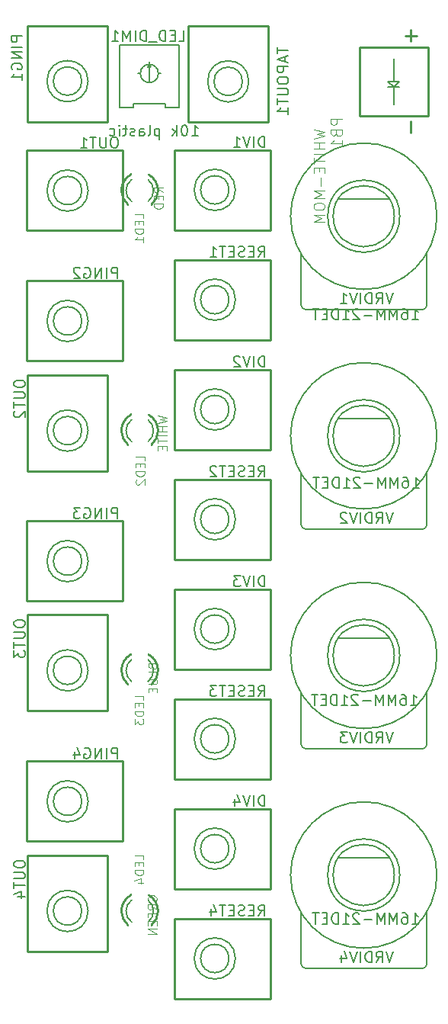
<source format=gbr>
G04 #@! TF.GenerationSoftware,KiCad,Pcbnew,(6.0.0-rc1-dev-1542-gf9f87b3ff-dirty)*
G04 #@! TF.CreationDate,2019-02-04T09:57:11-08:00
G04 #@! TF.ProjectId,qcd-23,7163642d-3233-42e6-9b69-6361645f7063,rev?*
G04 #@! TF.SameCoordinates,Original*
G04 #@! TF.FileFunction,Legend,Bot*
G04 #@! TF.FilePolarity,Positive*
%FSLAX46Y46*%
G04 Gerber Fmt 4.6, Leading zero omitted, Abs format (unit mm)*
G04 Created by KiCad (PCBNEW (6.0.0-rc1-dev-1542-gf9f87b3ff-dirty)) date Monday, 04 February 2019 at 09:57:11*
%MOMM*%
%LPD*%
G04 APERTURE LIST*
%ADD10C,0.127000*%
%ADD11C,0.254000*%
%ADD12C,0.152400*%
%ADD13C,0.144780*%
%ADD14C,0.115824*%
%ADD15C,0.096520*%
G04 APERTURE END LIST*
D10*
X133032500Y-56413400D02*
G75*
G03X133032500Y-56413400I-2286000J0D01*
G01*
X132321300Y-56413400D02*
G75*
G03X132321300Y-56413400I-1574800J0D01*
G01*
D11*
X135191500Y-60921900D02*
X126301500Y-60921900D01*
X135191500Y-50253900D02*
X135191500Y-60921900D01*
X126301500Y-50253900D02*
X135191500Y-50253900D01*
X126301500Y-60921900D02*
X126301500Y-50253900D01*
D10*
X149402800Y-68491100D02*
G75*
G03X149402800Y-68491100I-2286000J0D01*
G01*
X148691600Y-68491100D02*
G75*
G03X148691600Y-68491100I-1574800J0D01*
G01*
D11*
X142608300Y-72936100D02*
X142608300Y-64046100D01*
X153276300Y-72936100D02*
X142608300Y-72936100D01*
X153276300Y-64046100D02*
X153276300Y-72936100D01*
X142608300Y-64046100D02*
X153276300Y-64046100D01*
D10*
X149402800Y-80683100D02*
G75*
G03X149402800Y-80683100I-2286000J0D01*
G01*
X148691600Y-80683100D02*
G75*
G03X148691600Y-80683100I-1574800J0D01*
G01*
D11*
X142608300Y-85128100D02*
X142608300Y-76238100D01*
X153276300Y-85128100D02*
X142608300Y-85128100D01*
X153276300Y-76238100D02*
X153276300Y-85128100D01*
X142608300Y-76238100D02*
X153276300Y-76238100D01*
D10*
X133045200Y-68567300D02*
G75*
G03X133045200Y-68567300I-2286000J0D01*
G01*
X132334000Y-68567300D02*
G75*
G03X132334000Y-68567300I-1574800J0D01*
G01*
D11*
X126250700Y-73012300D02*
X126250700Y-64122300D01*
X136918700Y-73012300D02*
X126250700Y-73012300D01*
X136918700Y-64122300D02*
X136918700Y-73012300D01*
X126250700Y-64122300D02*
X136918700Y-64122300D01*
D10*
X166402900Y-69507100D02*
X160926900Y-69507100D01*
X167664900Y-71412100D02*
G75*
G03X167664900Y-71412100I-4000000J0D01*
G01*
X171792900Y-71412100D02*
G75*
G03X171792900Y-71412100I-8128000J0D01*
G01*
X167064900Y-71412100D02*
G75*
G03X167064900Y-71412100I-3400000J0D01*
G01*
X156664900Y-81196993D02*
X156664900Y-75539100D01*
X156664900Y-81196991D02*
G75*
G03X157245007Y-81777100I580108J-1D01*
G01*
X170211793Y-81777100D02*
X157245007Y-81777100D01*
X170211791Y-81777100D02*
G75*
G03X170664900Y-81323993I1J453108D01*
G01*
X170664900Y-75539100D02*
X170664900Y-81323993D01*
D11*
X140804900Y-68567300D02*
G75*
G03X139781100Y-66803000I-2032000J56D01*
G01*
X140085500Y-70118500D02*
G75*
G03X140804900Y-68567300I-1312600J1551163D01*
G01*
X136740900Y-68567300D02*
G75*
G02X137816700Y-66774400I2032000J-60D01*
G01*
X137472000Y-70128300D02*
G75*
G02X136740900Y-68567300I1300900J1560988D01*
G01*
D12*
X140296900Y-68567300D02*
G75*
G03X139708500Y-67364300I-1524000J-8D01*
G01*
X139708500Y-69770300D02*
G75*
G03X140296900Y-68567300I-935600J1203008D01*
G01*
X137248900Y-68567300D02*
G75*
G02X137858500Y-67348100I1524000J0D01*
G01*
X137887099Y-69807400D02*
G75*
G02X137248900Y-68567300I885801J1240134D01*
G01*
D10*
X133045200Y-83045300D02*
G75*
G03X133045200Y-83045300I-2286000J0D01*
G01*
X132334000Y-83045300D02*
G75*
G03X132334000Y-83045300I-1574800J0D01*
G01*
D11*
X126250700Y-87490300D02*
X126250700Y-78600300D01*
X136918700Y-87490300D02*
X126250700Y-87490300D01*
X136918700Y-78600300D02*
X136918700Y-87490300D01*
X126250700Y-78600300D02*
X136918700Y-78600300D01*
D10*
X149402800Y-92875100D02*
G75*
G03X149402800Y-92875100I-2286000J0D01*
G01*
X148691600Y-92875100D02*
G75*
G03X148691600Y-92875100I-1574800J0D01*
G01*
D11*
X142608300Y-97320100D02*
X142608300Y-88430100D01*
X153276300Y-97320100D02*
X142608300Y-97320100D01*
X153276300Y-88430100D02*
X153276300Y-97320100D01*
X142608300Y-88430100D02*
X153276300Y-88430100D01*
D10*
X149402800Y-105067100D02*
G75*
G03X149402800Y-105067100I-2286000J0D01*
G01*
X148691600Y-105067100D02*
G75*
G03X148691600Y-105067100I-1574800J0D01*
G01*
D11*
X142608300Y-109512100D02*
X142608300Y-100622100D01*
X153276300Y-109512100D02*
X142608300Y-109512100D01*
X153276300Y-100622100D02*
X153276300Y-109512100D01*
X142608300Y-100622100D02*
X153276300Y-100622100D01*
D10*
X133032500Y-95224600D02*
G75*
G03X133032500Y-95224600I-2286000J0D01*
G01*
X132321300Y-95224600D02*
G75*
G03X132321300Y-95224600I-1574800J0D01*
G01*
D11*
X135191500Y-99733100D02*
X126301500Y-99733100D01*
X135191500Y-89065100D02*
X135191500Y-99733100D01*
X126301500Y-89065100D02*
X135191500Y-89065100D01*
X126301500Y-99733100D02*
X126301500Y-89065100D01*
D10*
X166402900Y-93891100D02*
X160926900Y-93891100D01*
X167664900Y-95796100D02*
G75*
G03X167664900Y-95796100I-4000000J0D01*
G01*
X171792900Y-95796100D02*
G75*
G03X171792900Y-95796100I-8128000J0D01*
G01*
X167064900Y-95796100D02*
G75*
G03X167064900Y-95796100I-3400000J0D01*
G01*
X156664900Y-105580993D02*
X156664900Y-99923100D01*
X156664900Y-105580991D02*
G75*
G03X157245007Y-106161100I580108J-1D01*
G01*
X170211793Y-106161100D02*
X157245007Y-106161100D01*
X170211791Y-106161100D02*
G75*
G03X170664900Y-105707993I1J453108D01*
G01*
X170664900Y-99923100D02*
X170664900Y-105707993D01*
D11*
X140804900Y-95237300D02*
G75*
G03X139781100Y-93473000I-2032000J56D01*
G01*
X140085500Y-96788500D02*
G75*
G03X140804900Y-95237300I-1312600J1551163D01*
G01*
X136740900Y-95237300D02*
G75*
G02X137816700Y-93444400I2032000J-60D01*
G01*
X137472000Y-96798300D02*
G75*
G02X136740900Y-95237300I1300900J1560988D01*
G01*
D12*
X140296900Y-95237300D02*
G75*
G03X139708500Y-94034300I-1524000J-8D01*
G01*
X139708500Y-96440300D02*
G75*
G03X140296900Y-95237300I-935600J1203008D01*
G01*
X137248900Y-95237300D02*
G75*
G02X137858500Y-94018100I1524000J0D01*
G01*
X137887099Y-96477400D02*
G75*
G02X137248900Y-95237300I885801J1240134D01*
G01*
D10*
X133045200Y-109715300D02*
G75*
G03X133045200Y-109715300I-2286000J0D01*
G01*
X132334000Y-109715300D02*
G75*
G03X132334000Y-109715300I-1574800J0D01*
G01*
D11*
X126250700Y-114160300D02*
X126250700Y-105270300D01*
X136918700Y-114160300D02*
X126250700Y-114160300D01*
X136918700Y-105270300D02*
X136918700Y-114160300D01*
X126250700Y-105270300D02*
X136918700Y-105270300D01*
D10*
X149402800Y-117259100D02*
G75*
G03X149402800Y-117259100I-2286000J0D01*
G01*
X148691600Y-117259100D02*
G75*
G03X148691600Y-117259100I-1574800J0D01*
G01*
D11*
X142608300Y-121704100D02*
X142608300Y-112814100D01*
X153276300Y-121704100D02*
X142608300Y-121704100D01*
X153276300Y-112814100D02*
X153276300Y-121704100D01*
X142608300Y-112814100D02*
X153276300Y-112814100D01*
D10*
X149402800Y-129451100D02*
G75*
G03X149402800Y-129451100I-2286000J0D01*
G01*
X148691600Y-129451100D02*
G75*
G03X148691600Y-129451100I-1574800J0D01*
G01*
D11*
X142608300Y-133896100D02*
X142608300Y-125006100D01*
X153276300Y-133896100D02*
X142608300Y-133896100D01*
X153276300Y-125006100D02*
X153276300Y-133896100D01*
X142608300Y-125006100D02*
X153276300Y-125006100D01*
D10*
X133032500Y-121843800D02*
G75*
G03X133032500Y-121843800I-2286000J0D01*
G01*
X132321300Y-121843800D02*
G75*
G03X132321300Y-121843800I-1574800J0D01*
G01*
D11*
X135191500Y-126352300D02*
X126301500Y-126352300D01*
X135191500Y-115684300D02*
X135191500Y-126352300D01*
X126301500Y-115684300D02*
X135191500Y-115684300D01*
X126301500Y-126352300D02*
X126301500Y-115684300D01*
D10*
X166402900Y-118275100D02*
X160926900Y-118275100D01*
X167664900Y-120180100D02*
G75*
G03X167664900Y-120180100I-4000000J0D01*
G01*
X171792900Y-120180100D02*
G75*
G03X171792900Y-120180100I-8128000J0D01*
G01*
X167064900Y-120180100D02*
G75*
G03X167064900Y-120180100I-3400000J0D01*
G01*
X156664900Y-129964993D02*
X156664900Y-124307100D01*
X156664900Y-129964991D02*
G75*
G03X157245007Y-130545100I580108J-1D01*
G01*
X170211793Y-130545100D02*
X157245007Y-130545100D01*
X170211791Y-130545100D02*
G75*
G03X170664900Y-130091993I1J453108D01*
G01*
X170664900Y-124307100D02*
X170664900Y-130091993D01*
D11*
X140804900Y-121856500D02*
G75*
G03X139781100Y-120092200I-2032000J56D01*
G01*
X140085500Y-123407700D02*
G75*
G03X140804900Y-121856500I-1312600J1551163D01*
G01*
X136740900Y-121856500D02*
G75*
G02X137816700Y-120063600I2032000J-60D01*
G01*
X137472000Y-123417500D02*
G75*
G02X136740900Y-121856500I1300900J1560988D01*
G01*
D12*
X140296900Y-121856500D02*
G75*
G03X139708500Y-120653500I-1524000J-8D01*
G01*
X139708500Y-123059500D02*
G75*
G03X140296900Y-121856500I-935600J1203008D01*
G01*
X137248900Y-121856500D02*
G75*
G02X137858500Y-120637300I1524000J0D01*
G01*
X137887099Y-123096600D02*
G75*
G02X137248900Y-121856500I885801J1240134D01*
G01*
D10*
X133045200Y-136385300D02*
G75*
G03X133045200Y-136385300I-2286000J0D01*
G01*
X132334000Y-136385300D02*
G75*
G03X132334000Y-136385300I-1574800J0D01*
G01*
D11*
X126250700Y-140830300D02*
X126250700Y-131940300D01*
X136918700Y-140830300D02*
X126250700Y-140830300D01*
X136918700Y-131940300D02*
X136918700Y-140830300D01*
X126250700Y-131940300D02*
X136918700Y-131940300D01*
D10*
X149402800Y-141643100D02*
G75*
G03X149402800Y-141643100I-2286000J0D01*
G01*
X148691600Y-141643100D02*
G75*
G03X148691600Y-141643100I-1574800J0D01*
G01*
D11*
X142608300Y-146088100D02*
X142608300Y-137198100D01*
X153276300Y-146088100D02*
X142608300Y-146088100D01*
X153276300Y-137198100D02*
X153276300Y-146088100D01*
X142608300Y-137198100D02*
X153276300Y-137198100D01*
D10*
X149402800Y-153835100D02*
G75*
G03X149402800Y-153835100I-2286000J0D01*
G01*
X148691600Y-153835100D02*
G75*
G03X148691600Y-153835100I-1574800J0D01*
G01*
D11*
X142608300Y-158280100D02*
X142608300Y-149390100D01*
X153276300Y-158280100D02*
X142608300Y-158280100D01*
X153276300Y-149390100D02*
X153276300Y-158280100D01*
X142608300Y-149390100D02*
X153276300Y-149390100D01*
D10*
X133032500Y-148564600D02*
G75*
G03X133032500Y-148564600I-2286000J0D01*
G01*
X132321300Y-148564600D02*
G75*
G03X132321300Y-148564600I-1574800J0D01*
G01*
D11*
X135191500Y-153073100D02*
X126301500Y-153073100D01*
X135191500Y-142405100D02*
X135191500Y-153073100D01*
X126301500Y-142405100D02*
X135191500Y-142405100D01*
X126301500Y-153073100D02*
X126301500Y-142405100D01*
D10*
X166402900Y-142659100D02*
X160926900Y-142659100D01*
X167664900Y-144564100D02*
G75*
G03X167664900Y-144564100I-4000000J0D01*
G01*
X171792900Y-144564100D02*
G75*
G03X171792900Y-144564100I-8128000J0D01*
G01*
X167064900Y-144564100D02*
G75*
G03X167064900Y-144564100I-3400000J0D01*
G01*
X156664900Y-154348993D02*
X156664900Y-148691100D01*
X156664900Y-154348991D02*
G75*
G03X157245007Y-154929100I580108J-1D01*
G01*
X170211793Y-154929100D02*
X157245007Y-154929100D01*
X170211791Y-154929100D02*
G75*
G03X170664900Y-154475993I1J453108D01*
G01*
X170664900Y-148691100D02*
X170664900Y-154475993D01*
D11*
X140804900Y-148577300D02*
G75*
G03X139781100Y-146813000I-2032000J56D01*
G01*
X140085500Y-150128500D02*
G75*
G03X140804900Y-148577300I-1312600J1551163D01*
G01*
X136740900Y-148577300D02*
G75*
G02X137816700Y-146784400I2032000J-60D01*
G01*
X137472000Y-150138300D02*
G75*
G02X136740900Y-148577300I1300900J1560988D01*
G01*
D12*
X140296900Y-148577300D02*
G75*
G03X139708500Y-147374300I-1524000J-8D01*
G01*
X139708500Y-149780300D02*
G75*
G03X140296900Y-148577300I-935600J1203008D01*
G01*
X137248900Y-148577300D02*
G75*
G02X137858500Y-147358100I1524000J0D01*
G01*
X137887099Y-149817400D02*
G75*
G02X137248900Y-148577300I885801J1240134D01*
G01*
D10*
X150888700Y-56438800D02*
G75*
G03X150888700Y-56438800I-2286000J0D01*
G01*
X150177500Y-56438800D02*
G75*
G03X150177500Y-56438800I-1574800J0D01*
G01*
D11*
X153047700Y-60947300D02*
X144157700Y-60947300D01*
X153047700Y-50279300D02*
X153047700Y-60947300D01*
X144157700Y-50279300D02*
X153047700Y-50279300D01*
X144157700Y-60947300D02*
X144157700Y-50279300D01*
X168897300Y-62166500D02*
X168897300Y-60896500D01*
X168897300Y-52006500D02*
X168897300Y-50736500D01*
X168262300Y-51371500D02*
X169532300Y-51371500D01*
D10*
X166992300Y-57086500D02*
X166992300Y-58991500D01*
X166992300Y-57086500D02*
X166357300Y-57086500D01*
X167627300Y-57086500D02*
X166992300Y-57086500D01*
X166357300Y-56451500D02*
X166992300Y-56451500D01*
X166992300Y-57086500D02*
X166357300Y-56451500D01*
X167627300Y-56451500D02*
X166992300Y-57086500D01*
X166992300Y-56451500D02*
X167627300Y-56451500D01*
X166992300Y-53911500D02*
X166992300Y-56451500D01*
D11*
X170802300Y-52641500D02*
X170802300Y-60261500D01*
X163182300Y-52641500D02*
X170802300Y-52641500D01*
X163182300Y-60261500D02*
X163182300Y-52641500D01*
X170802300Y-60261500D02*
X163182300Y-60261500D01*
D10*
X138039700Y-59362500D02*
X136539700Y-59362500D01*
X138039700Y-58962500D02*
X138039700Y-59362500D01*
X141639700Y-58962500D02*
X138039700Y-58962500D01*
X141639700Y-59362500D02*
X141639700Y-58962500D01*
X139839700Y-54462500D02*
X139839700Y-54262500D01*
X138739700Y-55562500D02*
X138539700Y-55562500D01*
X140839700Y-55562500D02*
X141139700Y-55562500D01*
X139839700Y-54662500D02*
X139639700Y-54862500D01*
X139839700Y-54662500D02*
X140039700Y-54862500D01*
X139839700Y-56462500D02*
X139839700Y-54662500D01*
X143139700Y-52362500D02*
X143139700Y-59362500D01*
X136539700Y-52362500D02*
X143139700Y-52362500D01*
X136539700Y-59362500D02*
X136539700Y-52362500D01*
X140839700Y-55562500D02*
G75*
G03X140839700Y-55562500I-1000000J0D01*
G01*
X143139700Y-59362500D02*
X141639700Y-59362500D01*
D13*
X125710647Y-51409231D02*
X124504147Y-51409231D01*
X124504147Y-51868850D01*
X124561600Y-51983754D01*
X124619052Y-52041207D01*
X124733957Y-52098659D01*
X124906314Y-52098659D01*
X125021219Y-52041207D01*
X125078671Y-51983754D01*
X125136123Y-51868850D01*
X125136123Y-51409231D01*
X125710647Y-52615731D02*
X124504147Y-52615731D01*
X125710647Y-53190254D02*
X124504147Y-53190254D01*
X125710647Y-53879683D01*
X124504147Y-53879683D01*
X124561600Y-55086183D02*
X124504147Y-54971278D01*
X124504147Y-54798921D01*
X124561600Y-54626564D01*
X124676504Y-54511659D01*
X124791409Y-54454207D01*
X125021219Y-54396754D01*
X125193576Y-54396754D01*
X125423385Y-54454207D01*
X125538290Y-54511659D01*
X125653195Y-54626564D01*
X125710647Y-54798921D01*
X125710647Y-54913826D01*
X125653195Y-55086183D01*
X125595742Y-55143635D01*
X125193576Y-55143635D01*
X125193576Y-54913826D01*
X125710647Y-56292683D02*
X125710647Y-55603254D01*
X125710647Y-55947969D02*
X124504147Y-55947969D01*
X124676504Y-55833064D01*
X124791409Y-55718159D01*
X124848861Y-55603254D01*
D12*
X152661378Y-63760047D02*
X152661378Y-62553547D01*
X152374116Y-62553547D01*
X152201759Y-62611000D01*
X152086854Y-62725904D01*
X152029401Y-62840809D01*
X151971949Y-63070619D01*
X151971949Y-63242976D01*
X152029401Y-63472785D01*
X152086854Y-63587690D01*
X152201759Y-63702595D01*
X152374116Y-63760047D01*
X152661378Y-63760047D01*
X151454878Y-63760047D02*
X151454878Y-62553547D01*
X151052711Y-62553547D02*
X150650544Y-63760047D01*
X150248378Y-62553547D01*
X149214235Y-63760047D02*
X149903663Y-63760047D01*
X149558949Y-63760047D02*
X149558949Y-62553547D01*
X149673854Y-62725904D01*
X149788759Y-62840809D01*
X149903663Y-62898261D01*
X151971949Y-75952047D02*
X152374116Y-75377523D01*
X152661378Y-75952047D02*
X152661378Y-74745547D01*
X152201759Y-74745547D01*
X152086854Y-74803000D01*
X152029401Y-74860452D01*
X151971949Y-74975357D01*
X151971949Y-75147714D01*
X152029401Y-75262619D01*
X152086854Y-75320071D01*
X152201759Y-75377523D01*
X152661378Y-75377523D01*
X151454878Y-75320071D02*
X151052711Y-75320071D01*
X150880354Y-75952047D02*
X151454878Y-75952047D01*
X151454878Y-74745547D01*
X150880354Y-74745547D01*
X150420735Y-75894595D02*
X150248378Y-75952047D01*
X149961116Y-75952047D01*
X149846211Y-75894595D01*
X149788759Y-75837142D01*
X149731306Y-75722238D01*
X149731306Y-75607333D01*
X149788759Y-75492428D01*
X149846211Y-75434976D01*
X149961116Y-75377523D01*
X150190925Y-75320071D01*
X150305830Y-75262619D01*
X150363282Y-75205166D01*
X150420735Y-75090261D01*
X150420735Y-74975357D01*
X150363282Y-74860452D01*
X150305830Y-74803000D01*
X150190925Y-74745547D01*
X149903663Y-74745547D01*
X149731306Y-74803000D01*
X149214235Y-75320071D02*
X148812068Y-75320071D01*
X148639711Y-75952047D02*
X149214235Y-75952047D01*
X149214235Y-74745547D01*
X148639711Y-74745547D01*
X148294997Y-74745547D02*
X147605568Y-74745547D01*
X147950282Y-75952047D02*
X147950282Y-74745547D01*
X146571425Y-75952047D02*
X147260854Y-75952047D01*
X146916140Y-75952047D02*
X146916140Y-74745547D01*
X147031044Y-74917904D01*
X147145949Y-75032809D01*
X147260854Y-75090261D01*
X136073968Y-62629747D02*
X135844159Y-62629747D01*
X135729254Y-62687200D01*
X135614349Y-62802104D01*
X135556897Y-63031914D01*
X135556897Y-63434080D01*
X135614349Y-63663890D01*
X135729254Y-63778795D01*
X135844159Y-63836247D01*
X136073968Y-63836247D01*
X136188873Y-63778795D01*
X136303778Y-63663890D01*
X136361230Y-63434080D01*
X136361230Y-63031914D01*
X136303778Y-62802104D01*
X136188873Y-62687200D01*
X136073968Y-62629747D01*
X135039825Y-62629747D02*
X135039825Y-63606438D01*
X134982373Y-63721342D01*
X134924920Y-63778795D01*
X134810016Y-63836247D01*
X134580206Y-63836247D01*
X134465301Y-63778795D01*
X134407849Y-63721342D01*
X134350397Y-63606438D01*
X134350397Y-62629747D01*
X133948230Y-62629747D02*
X133258801Y-62629747D01*
X133603516Y-63836247D02*
X133603516Y-62629747D01*
X132224659Y-63836247D02*
X132914087Y-63836247D01*
X132569373Y-63836247D02*
X132569373Y-62629747D01*
X132684278Y-62802104D01*
X132799182Y-62917009D01*
X132914087Y-62974461D01*
D13*
X166935959Y-79905647D02*
X166533792Y-81112147D01*
X166131626Y-79905647D01*
X165040030Y-81112147D02*
X165442197Y-80537623D01*
X165729459Y-81112147D02*
X165729459Y-79905647D01*
X165269840Y-79905647D01*
X165154935Y-79963100D01*
X165097483Y-80020552D01*
X165040030Y-80135457D01*
X165040030Y-80307814D01*
X165097483Y-80422719D01*
X165154935Y-80480171D01*
X165269840Y-80537623D01*
X165729459Y-80537623D01*
X164522959Y-81112147D02*
X164522959Y-79905647D01*
X164235697Y-79905647D01*
X164063340Y-79963100D01*
X163948435Y-80078004D01*
X163890983Y-80192909D01*
X163833530Y-80422719D01*
X163833530Y-80595076D01*
X163890983Y-80824885D01*
X163948435Y-80939790D01*
X164063340Y-81054695D01*
X164235697Y-81112147D01*
X164522959Y-81112147D01*
X163316459Y-81112147D02*
X163316459Y-79905647D01*
X162914292Y-79905647D02*
X162512126Y-81112147D01*
X162109959Y-79905647D01*
X161075816Y-81112147D02*
X161765245Y-81112147D01*
X161420530Y-81112147D02*
X161420530Y-79905647D01*
X161535435Y-80078004D01*
X161650340Y-80192909D01*
X161765245Y-80250361D01*
X169019968Y-82890747D02*
X169709397Y-82890747D01*
X169364683Y-82890747D02*
X169364683Y-81684247D01*
X169479587Y-81856604D01*
X169594492Y-81971509D01*
X169709397Y-82028961D01*
X167985826Y-81684247D02*
X168215635Y-81684247D01*
X168330540Y-81741700D01*
X168387992Y-81799152D01*
X168502897Y-81971509D01*
X168560349Y-82201319D01*
X168560349Y-82660938D01*
X168502897Y-82775842D01*
X168445445Y-82833295D01*
X168330540Y-82890747D01*
X168100730Y-82890747D01*
X167985826Y-82833295D01*
X167928373Y-82775842D01*
X167870921Y-82660938D01*
X167870921Y-82373676D01*
X167928373Y-82258771D01*
X167985826Y-82201319D01*
X168100730Y-82143866D01*
X168330540Y-82143866D01*
X168445445Y-82201319D01*
X168502897Y-82258771D01*
X168560349Y-82373676D01*
X167353849Y-82890747D02*
X167353849Y-81684247D01*
X166951683Y-82546033D01*
X166549516Y-81684247D01*
X166549516Y-82890747D01*
X165974992Y-82890747D02*
X165974992Y-81684247D01*
X165572826Y-82546033D01*
X165170659Y-81684247D01*
X165170659Y-82890747D01*
X164596135Y-82431128D02*
X163676897Y-82431128D01*
X163159826Y-81799152D02*
X163102373Y-81741700D01*
X162987468Y-81684247D01*
X162700207Y-81684247D01*
X162585302Y-81741700D01*
X162527849Y-81799152D01*
X162470397Y-81914057D01*
X162470397Y-82028961D01*
X162527849Y-82201319D01*
X163217278Y-82890747D01*
X162470397Y-82890747D01*
X161321349Y-82890747D02*
X162010778Y-82890747D01*
X161666064Y-82890747D02*
X161666064Y-81684247D01*
X161780968Y-81856604D01*
X161895873Y-81971509D01*
X162010778Y-82028961D01*
X160804278Y-82890747D02*
X160804278Y-81684247D01*
X160517016Y-81684247D01*
X160344659Y-81741700D01*
X160229754Y-81856604D01*
X160172302Y-81971509D01*
X160114849Y-82201319D01*
X160114849Y-82373676D01*
X160172302Y-82603485D01*
X160229754Y-82718390D01*
X160344659Y-82833295D01*
X160517016Y-82890747D01*
X160804278Y-82890747D01*
X159597778Y-82258771D02*
X159195611Y-82258771D01*
X159023254Y-82890747D02*
X159597778Y-82890747D01*
X159597778Y-81684247D01*
X159023254Y-81684247D01*
X158678540Y-81684247D02*
X157989111Y-81684247D01*
X158333826Y-82890747D02*
X158333826Y-81684247D01*
D14*
X139196838Y-71624076D02*
X139196838Y-71164457D01*
X138231638Y-71164457D01*
X138691257Y-71945809D02*
X138691257Y-72267542D01*
X139196838Y-72405428D02*
X139196838Y-71945809D01*
X138231638Y-71945809D01*
X138231638Y-72405428D01*
X139196838Y-72819085D02*
X138231638Y-72819085D01*
X138231638Y-73048895D01*
X138277600Y-73186781D01*
X138369523Y-73278704D01*
X138461447Y-73324666D01*
X138645295Y-73370628D01*
X138783180Y-73370628D01*
X138967028Y-73324666D01*
X139058952Y-73278704D01*
X139150876Y-73186781D01*
X139196838Y-73048895D01*
X139196838Y-72819085D01*
X139196838Y-74289866D02*
X139196838Y-73738323D01*
X139196838Y-74014095D02*
X138231638Y-74014095D01*
X138369523Y-73922171D01*
X138461447Y-73830247D01*
X138507409Y-73738323D01*
X141343138Y-68755690D02*
X140883519Y-68433957D01*
X141343138Y-68204147D02*
X140377938Y-68204147D01*
X140377938Y-68571842D01*
X140423900Y-68663766D01*
X140469861Y-68709728D01*
X140561785Y-68755690D01*
X140699671Y-68755690D01*
X140791595Y-68709728D01*
X140837557Y-68663766D01*
X140883519Y-68571842D01*
X140883519Y-68204147D01*
X140837557Y-69169347D02*
X140837557Y-69491081D01*
X141343138Y-69628966D02*
X141343138Y-69169347D01*
X140377938Y-69169347D01*
X140377938Y-69628966D01*
X141343138Y-70042623D02*
X140377938Y-70042623D01*
X140377938Y-70272433D01*
X140423900Y-70410319D01*
X140515823Y-70502242D01*
X140607747Y-70548204D01*
X140791595Y-70594166D01*
X140929480Y-70594166D01*
X141113328Y-70548204D01*
X141205252Y-70502242D01*
X141297176Y-70410319D01*
X141343138Y-70272433D01*
X141343138Y-70042623D01*
D12*
X136303778Y-78314247D02*
X136303778Y-77107747D01*
X135844159Y-77107747D01*
X135729254Y-77165200D01*
X135671801Y-77222652D01*
X135614349Y-77337557D01*
X135614349Y-77509914D01*
X135671801Y-77624819D01*
X135729254Y-77682271D01*
X135844159Y-77739723D01*
X136303778Y-77739723D01*
X135097278Y-78314247D02*
X135097278Y-77107747D01*
X134522754Y-78314247D02*
X134522754Y-77107747D01*
X133833325Y-78314247D01*
X133833325Y-77107747D01*
X132626825Y-77165200D02*
X132741730Y-77107747D01*
X132914087Y-77107747D01*
X133086444Y-77165200D01*
X133201349Y-77280104D01*
X133258801Y-77395009D01*
X133316254Y-77624819D01*
X133316254Y-77797176D01*
X133258801Y-78026985D01*
X133201349Y-78141890D01*
X133086444Y-78256795D01*
X132914087Y-78314247D01*
X132799182Y-78314247D01*
X132626825Y-78256795D01*
X132569373Y-78199342D01*
X132569373Y-77797176D01*
X132799182Y-77797176D01*
X132109754Y-77222652D02*
X132052301Y-77165200D01*
X131937397Y-77107747D01*
X131650135Y-77107747D01*
X131535230Y-77165200D01*
X131477778Y-77222652D01*
X131420325Y-77337557D01*
X131420325Y-77452461D01*
X131477778Y-77624819D01*
X132167206Y-78314247D01*
X131420325Y-78314247D01*
X152661378Y-88144047D02*
X152661378Y-86937547D01*
X152374116Y-86937547D01*
X152201759Y-86995000D01*
X152086854Y-87109904D01*
X152029401Y-87224809D01*
X151971949Y-87454619D01*
X151971949Y-87626976D01*
X152029401Y-87856785D01*
X152086854Y-87971690D01*
X152201759Y-88086595D01*
X152374116Y-88144047D01*
X152661378Y-88144047D01*
X151454878Y-88144047D02*
X151454878Y-86937547D01*
X151052711Y-86937547D02*
X150650544Y-88144047D01*
X150248378Y-86937547D01*
X149903663Y-87052452D02*
X149846211Y-86995000D01*
X149731306Y-86937547D01*
X149444044Y-86937547D01*
X149329140Y-86995000D01*
X149271687Y-87052452D01*
X149214235Y-87167357D01*
X149214235Y-87282261D01*
X149271687Y-87454619D01*
X149961116Y-88144047D01*
X149214235Y-88144047D01*
X151971949Y-100336047D02*
X152374116Y-99761523D01*
X152661378Y-100336047D02*
X152661378Y-99129547D01*
X152201759Y-99129547D01*
X152086854Y-99187000D01*
X152029401Y-99244452D01*
X151971949Y-99359357D01*
X151971949Y-99531714D01*
X152029401Y-99646619D01*
X152086854Y-99704071D01*
X152201759Y-99761523D01*
X152661378Y-99761523D01*
X151454878Y-99704071D02*
X151052711Y-99704071D01*
X150880354Y-100336047D02*
X151454878Y-100336047D01*
X151454878Y-99129547D01*
X150880354Y-99129547D01*
X150420735Y-100278595D02*
X150248378Y-100336047D01*
X149961116Y-100336047D01*
X149846211Y-100278595D01*
X149788759Y-100221142D01*
X149731306Y-100106238D01*
X149731306Y-99991333D01*
X149788759Y-99876428D01*
X149846211Y-99818976D01*
X149961116Y-99761523D01*
X150190925Y-99704071D01*
X150305830Y-99646619D01*
X150363282Y-99589166D01*
X150420735Y-99474261D01*
X150420735Y-99359357D01*
X150363282Y-99244452D01*
X150305830Y-99187000D01*
X150190925Y-99129547D01*
X149903663Y-99129547D01*
X149731306Y-99187000D01*
X149214235Y-99704071D02*
X148812068Y-99704071D01*
X148639711Y-100336047D02*
X149214235Y-100336047D01*
X149214235Y-99129547D01*
X148639711Y-99129547D01*
X148294997Y-99129547D02*
X147605568Y-99129547D01*
X147950282Y-100336047D02*
X147950282Y-99129547D01*
X147260854Y-99244452D02*
X147203401Y-99187000D01*
X147088497Y-99129547D01*
X146801235Y-99129547D01*
X146686330Y-99187000D01*
X146628878Y-99244452D01*
X146571425Y-99359357D01*
X146571425Y-99474261D01*
X146628878Y-99646619D01*
X147318306Y-100336047D01*
X146571425Y-100336047D01*
X124808947Y-89909831D02*
X124808947Y-90139640D01*
X124866400Y-90254545D01*
X124981304Y-90369450D01*
X125211114Y-90426902D01*
X125613280Y-90426902D01*
X125843090Y-90369450D01*
X125957995Y-90254545D01*
X126015447Y-90139640D01*
X126015447Y-89909831D01*
X125957995Y-89794926D01*
X125843090Y-89680021D01*
X125613280Y-89622569D01*
X125211114Y-89622569D01*
X124981304Y-89680021D01*
X124866400Y-89794926D01*
X124808947Y-89909831D01*
X124808947Y-90943974D02*
X125785638Y-90943974D01*
X125900542Y-91001426D01*
X125957995Y-91058879D01*
X126015447Y-91173783D01*
X126015447Y-91403593D01*
X125957995Y-91518498D01*
X125900542Y-91575950D01*
X125785638Y-91633402D01*
X124808947Y-91633402D01*
X124808947Y-92035569D02*
X124808947Y-92724998D01*
X126015447Y-92380283D02*
X124808947Y-92380283D01*
X124923852Y-93069712D02*
X124866400Y-93127164D01*
X124808947Y-93242069D01*
X124808947Y-93529331D01*
X124866400Y-93644236D01*
X124923852Y-93701688D01*
X125038757Y-93759140D01*
X125153661Y-93759140D01*
X125326019Y-93701688D01*
X126015447Y-93012260D01*
X126015447Y-93759140D01*
D13*
X166935959Y-104289647D02*
X166533792Y-105496147D01*
X166131626Y-104289647D01*
X165040030Y-105496147D02*
X165442197Y-104921623D01*
X165729459Y-105496147D02*
X165729459Y-104289647D01*
X165269840Y-104289647D01*
X165154935Y-104347100D01*
X165097483Y-104404552D01*
X165040030Y-104519457D01*
X165040030Y-104691814D01*
X165097483Y-104806719D01*
X165154935Y-104864171D01*
X165269840Y-104921623D01*
X165729459Y-104921623D01*
X164522959Y-105496147D02*
X164522959Y-104289647D01*
X164235697Y-104289647D01*
X164063340Y-104347100D01*
X163948435Y-104462004D01*
X163890983Y-104576909D01*
X163833530Y-104806719D01*
X163833530Y-104979076D01*
X163890983Y-105208885D01*
X163948435Y-105323790D01*
X164063340Y-105438695D01*
X164235697Y-105496147D01*
X164522959Y-105496147D01*
X163316459Y-105496147D02*
X163316459Y-104289647D01*
X162914292Y-104289647D02*
X162512126Y-105496147D01*
X162109959Y-104289647D01*
X161765245Y-104404552D02*
X161707792Y-104347100D01*
X161592887Y-104289647D01*
X161305626Y-104289647D01*
X161190721Y-104347100D01*
X161133268Y-104404552D01*
X161075816Y-104519457D01*
X161075816Y-104634361D01*
X161133268Y-104806719D01*
X161822697Y-105496147D01*
X161075816Y-105496147D01*
X169096168Y-101585147D02*
X169785597Y-101585147D01*
X169440883Y-101585147D02*
X169440883Y-100378647D01*
X169555787Y-100551004D01*
X169670692Y-100665909D01*
X169785597Y-100723361D01*
X168062026Y-100378647D02*
X168291835Y-100378647D01*
X168406740Y-100436100D01*
X168464192Y-100493552D01*
X168579097Y-100665909D01*
X168636549Y-100895719D01*
X168636549Y-101355338D01*
X168579097Y-101470242D01*
X168521645Y-101527695D01*
X168406740Y-101585147D01*
X168176930Y-101585147D01*
X168062026Y-101527695D01*
X168004573Y-101470242D01*
X167947121Y-101355338D01*
X167947121Y-101068076D01*
X168004573Y-100953171D01*
X168062026Y-100895719D01*
X168176930Y-100838266D01*
X168406740Y-100838266D01*
X168521645Y-100895719D01*
X168579097Y-100953171D01*
X168636549Y-101068076D01*
X167430049Y-101585147D02*
X167430049Y-100378647D01*
X167027883Y-101240433D01*
X166625716Y-100378647D01*
X166625716Y-101585147D01*
X166051192Y-101585147D02*
X166051192Y-100378647D01*
X165649026Y-101240433D01*
X165246859Y-100378647D01*
X165246859Y-101585147D01*
X164672335Y-101125528D02*
X163753097Y-101125528D01*
X163236026Y-100493552D02*
X163178573Y-100436100D01*
X163063668Y-100378647D01*
X162776407Y-100378647D01*
X162661502Y-100436100D01*
X162604049Y-100493552D01*
X162546597Y-100608457D01*
X162546597Y-100723361D01*
X162604049Y-100895719D01*
X163293478Y-101585147D01*
X162546597Y-101585147D01*
X161397549Y-101585147D02*
X162086978Y-101585147D01*
X161742264Y-101585147D02*
X161742264Y-100378647D01*
X161857168Y-100551004D01*
X161972073Y-100665909D01*
X162086978Y-100723361D01*
X160880478Y-101585147D02*
X160880478Y-100378647D01*
X160593216Y-100378647D01*
X160420859Y-100436100D01*
X160305954Y-100551004D01*
X160248502Y-100665909D01*
X160191049Y-100895719D01*
X160191049Y-101068076D01*
X160248502Y-101297885D01*
X160305954Y-101412790D01*
X160420859Y-101527695D01*
X160593216Y-101585147D01*
X160880478Y-101585147D01*
X159673978Y-100953171D02*
X159271811Y-100953171D01*
X159099454Y-101585147D02*
X159673978Y-101585147D01*
X159673978Y-100378647D01*
X159099454Y-100378647D01*
X158754740Y-100378647D02*
X158065311Y-100378647D01*
X158410026Y-101585147D02*
X158410026Y-100378647D01*
D14*
X139298438Y-98548076D02*
X139298438Y-98088457D01*
X138333238Y-98088457D01*
X138792857Y-98869809D02*
X138792857Y-99191542D01*
X139298438Y-99329428D02*
X139298438Y-98869809D01*
X138333238Y-98869809D01*
X138333238Y-99329428D01*
X139298438Y-99743085D02*
X138333238Y-99743085D01*
X138333238Y-99972895D01*
X138379200Y-100110781D01*
X138471123Y-100202704D01*
X138563047Y-100248666D01*
X138746895Y-100294628D01*
X138884780Y-100294628D01*
X139068628Y-100248666D01*
X139160552Y-100202704D01*
X139252476Y-100110781D01*
X139298438Y-99972895D01*
X139298438Y-99743085D01*
X138425161Y-100662323D02*
X138379200Y-100708285D01*
X138333238Y-100800209D01*
X138333238Y-101030019D01*
X138379200Y-101121942D01*
X138425161Y-101167904D01*
X138517085Y-101213866D01*
X138609009Y-101213866D01*
X138746895Y-101167904D01*
X139298438Y-100616362D01*
X139298438Y-101213866D01*
X140784338Y-93555766D02*
X141749538Y-93785576D01*
X141060109Y-93969423D01*
X141749538Y-94153271D01*
X140784338Y-94383081D01*
X141749538Y-94750776D02*
X140784338Y-94750776D01*
X141243957Y-94750776D02*
X141243957Y-95302319D01*
X141749538Y-95302319D02*
X140784338Y-95302319D01*
X141749538Y-95761938D02*
X140784338Y-95761938D01*
X140784338Y-96083671D02*
X140784338Y-96635214D01*
X141749538Y-96359442D02*
X140784338Y-96359442D01*
X141243957Y-96956947D02*
X141243957Y-97278681D01*
X141749538Y-97416566D02*
X141749538Y-96956947D01*
X140784338Y-96956947D01*
X140784338Y-97416566D01*
D12*
X136303778Y-104984247D02*
X136303778Y-103777747D01*
X135844159Y-103777747D01*
X135729254Y-103835200D01*
X135671801Y-103892652D01*
X135614349Y-104007557D01*
X135614349Y-104179914D01*
X135671801Y-104294819D01*
X135729254Y-104352271D01*
X135844159Y-104409723D01*
X136303778Y-104409723D01*
X135097278Y-104984247D02*
X135097278Y-103777747D01*
X134522754Y-104984247D02*
X134522754Y-103777747D01*
X133833325Y-104984247D01*
X133833325Y-103777747D01*
X132626825Y-103835200D02*
X132741730Y-103777747D01*
X132914087Y-103777747D01*
X133086444Y-103835200D01*
X133201349Y-103950104D01*
X133258801Y-104065009D01*
X133316254Y-104294819D01*
X133316254Y-104467176D01*
X133258801Y-104696985D01*
X133201349Y-104811890D01*
X133086444Y-104926795D01*
X132914087Y-104984247D01*
X132799182Y-104984247D01*
X132626825Y-104926795D01*
X132569373Y-104869342D01*
X132569373Y-104467176D01*
X132799182Y-104467176D01*
X132167206Y-103777747D02*
X131420325Y-103777747D01*
X131822492Y-104237366D01*
X131650135Y-104237366D01*
X131535230Y-104294819D01*
X131477778Y-104352271D01*
X131420325Y-104467176D01*
X131420325Y-104754438D01*
X131477778Y-104869342D01*
X131535230Y-104926795D01*
X131650135Y-104984247D01*
X131994849Y-104984247D01*
X132109754Y-104926795D01*
X132167206Y-104869342D01*
X152661378Y-112528047D02*
X152661378Y-111321547D01*
X152374116Y-111321547D01*
X152201759Y-111379000D01*
X152086854Y-111493904D01*
X152029401Y-111608809D01*
X151971949Y-111838619D01*
X151971949Y-112010976D01*
X152029401Y-112240785D01*
X152086854Y-112355690D01*
X152201759Y-112470595D01*
X152374116Y-112528047D01*
X152661378Y-112528047D01*
X151454878Y-112528047D02*
X151454878Y-111321547D01*
X151052711Y-111321547D02*
X150650544Y-112528047D01*
X150248378Y-111321547D01*
X149961116Y-111321547D02*
X149214235Y-111321547D01*
X149616401Y-111781166D01*
X149444044Y-111781166D01*
X149329140Y-111838619D01*
X149271687Y-111896071D01*
X149214235Y-112010976D01*
X149214235Y-112298238D01*
X149271687Y-112413142D01*
X149329140Y-112470595D01*
X149444044Y-112528047D01*
X149788759Y-112528047D01*
X149903663Y-112470595D01*
X149961116Y-112413142D01*
X151971949Y-124720047D02*
X152374116Y-124145523D01*
X152661378Y-124720047D02*
X152661378Y-123513547D01*
X152201759Y-123513547D01*
X152086854Y-123571000D01*
X152029401Y-123628452D01*
X151971949Y-123743357D01*
X151971949Y-123915714D01*
X152029401Y-124030619D01*
X152086854Y-124088071D01*
X152201759Y-124145523D01*
X152661378Y-124145523D01*
X151454878Y-124088071D02*
X151052711Y-124088071D01*
X150880354Y-124720047D02*
X151454878Y-124720047D01*
X151454878Y-123513547D01*
X150880354Y-123513547D01*
X150420735Y-124662595D02*
X150248378Y-124720047D01*
X149961116Y-124720047D01*
X149846211Y-124662595D01*
X149788759Y-124605142D01*
X149731306Y-124490238D01*
X149731306Y-124375333D01*
X149788759Y-124260428D01*
X149846211Y-124202976D01*
X149961116Y-124145523D01*
X150190925Y-124088071D01*
X150305830Y-124030619D01*
X150363282Y-123973166D01*
X150420735Y-123858261D01*
X150420735Y-123743357D01*
X150363282Y-123628452D01*
X150305830Y-123571000D01*
X150190925Y-123513547D01*
X149903663Y-123513547D01*
X149731306Y-123571000D01*
X149214235Y-124088071D02*
X148812068Y-124088071D01*
X148639711Y-124720047D02*
X149214235Y-124720047D01*
X149214235Y-123513547D01*
X148639711Y-123513547D01*
X148294997Y-123513547D02*
X147605568Y-123513547D01*
X147950282Y-124720047D02*
X147950282Y-123513547D01*
X147318306Y-123513547D02*
X146571425Y-123513547D01*
X146973592Y-123973166D01*
X146801235Y-123973166D01*
X146686330Y-124030619D01*
X146628878Y-124088071D01*
X146571425Y-124202976D01*
X146571425Y-124490238D01*
X146628878Y-124605142D01*
X146686330Y-124662595D01*
X146801235Y-124720047D01*
X147145949Y-124720047D01*
X147260854Y-124662595D01*
X147318306Y-124605142D01*
X124808947Y-116529031D02*
X124808947Y-116758840D01*
X124866400Y-116873745D01*
X124981304Y-116988650D01*
X125211114Y-117046102D01*
X125613280Y-117046102D01*
X125843090Y-116988650D01*
X125957995Y-116873745D01*
X126015447Y-116758840D01*
X126015447Y-116529031D01*
X125957995Y-116414126D01*
X125843090Y-116299221D01*
X125613280Y-116241769D01*
X125211114Y-116241769D01*
X124981304Y-116299221D01*
X124866400Y-116414126D01*
X124808947Y-116529031D01*
X124808947Y-117563174D02*
X125785638Y-117563174D01*
X125900542Y-117620626D01*
X125957995Y-117678079D01*
X126015447Y-117792983D01*
X126015447Y-118022793D01*
X125957995Y-118137698D01*
X125900542Y-118195150D01*
X125785638Y-118252602D01*
X124808947Y-118252602D01*
X124808947Y-118654769D02*
X124808947Y-119344198D01*
X126015447Y-118999483D02*
X124808947Y-118999483D01*
X124808947Y-119631460D02*
X124808947Y-120378340D01*
X125268566Y-119976174D01*
X125268566Y-120148531D01*
X125326019Y-120263436D01*
X125383471Y-120320888D01*
X125498376Y-120378340D01*
X125785638Y-120378340D01*
X125900542Y-120320888D01*
X125957995Y-120263436D01*
X126015447Y-120148531D01*
X126015447Y-119803817D01*
X125957995Y-119688912D01*
X125900542Y-119631460D01*
D13*
X166935959Y-128673647D02*
X166533792Y-129880147D01*
X166131626Y-128673647D01*
X165040030Y-129880147D02*
X165442197Y-129305623D01*
X165729459Y-129880147D02*
X165729459Y-128673647D01*
X165269840Y-128673647D01*
X165154935Y-128731100D01*
X165097483Y-128788552D01*
X165040030Y-128903457D01*
X165040030Y-129075814D01*
X165097483Y-129190719D01*
X165154935Y-129248171D01*
X165269840Y-129305623D01*
X165729459Y-129305623D01*
X164522959Y-129880147D02*
X164522959Y-128673647D01*
X164235697Y-128673647D01*
X164063340Y-128731100D01*
X163948435Y-128846004D01*
X163890983Y-128960909D01*
X163833530Y-129190719D01*
X163833530Y-129363076D01*
X163890983Y-129592885D01*
X163948435Y-129707790D01*
X164063340Y-129822695D01*
X164235697Y-129880147D01*
X164522959Y-129880147D01*
X163316459Y-129880147D02*
X163316459Y-128673647D01*
X162914292Y-128673647D02*
X162512126Y-129880147D01*
X162109959Y-128673647D01*
X161822697Y-128673647D02*
X161075816Y-128673647D01*
X161477983Y-129133266D01*
X161305626Y-129133266D01*
X161190721Y-129190719D01*
X161133268Y-129248171D01*
X161075816Y-129363076D01*
X161075816Y-129650338D01*
X161133268Y-129765242D01*
X161190721Y-129822695D01*
X161305626Y-129880147D01*
X161650340Y-129880147D01*
X161765245Y-129822695D01*
X161822697Y-129765242D01*
X168867568Y-125715147D02*
X169556997Y-125715147D01*
X169212283Y-125715147D02*
X169212283Y-124508647D01*
X169327187Y-124681004D01*
X169442092Y-124795909D01*
X169556997Y-124853361D01*
X167833426Y-124508647D02*
X168063235Y-124508647D01*
X168178140Y-124566100D01*
X168235592Y-124623552D01*
X168350497Y-124795909D01*
X168407949Y-125025719D01*
X168407949Y-125485338D01*
X168350497Y-125600242D01*
X168293045Y-125657695D01*
X168178140Y-125715147D01*
X167948330Y-125715147D01*
X167833426Y-125657695D01*
X167775973Y-125600242D01*
X167718521Y-125485338D01*
X167718521Y-125198076D01*
X167775973Y-125083171D01*
X167833426Y-125025719D01*
X167948330Y-124968266D01*
X168178140Y-124968266D01*
X168293045Y-125025719D01*
X168350497Y-125083171D01*
X168407949Y-125198076D01*
X167201449Y-125715147D02*
X167201449Y-124508647D01*
X166799283Y-125370433D01*
X166397116Y-124508647D01*
X166397116Y-125715147D01*
X165822592Y-125715147D02*
X165822592Y-124508647D01*
X165420426Y-125370433D01*
X165018259Y-124508647D01*
X165018259Y-125715147D01*
X164443735Y-125255528D02*
X163524497Y-125255528D01*
X163007426Y-124623552D02*
X162949973Y-124566100D01*
X162835068Y-124508647D01*
X162547807Y-124508647D01*
X162432902Y-124566100D01*
X162375449Y-124623552D01*
X162317997Y-124738457D01*
X162317997Y-124853361D01*
X162375449Y-125025719D01*
X163064878Y-125715147D01*
X162317997Y-125715147D01*
X161168949Y-125715147D02*
X161858378Y-125715147D01*
X161513664Y-125715147D02*
X161513664Y-124508647D01*
X161628568Y-124681004D01*
X161743473Y-124795909D01*
X161858378Y-124853361D01*
X160651878Y-125715147D02*
X160651878Y-124508647D01*
X160364616Y-124508647D01*
X160192259Y-124566100D01*
X160077354Y-124681004D01*
X160019902Y-124795909D01*
X159962449Y-125025719D01*
X159962449Y-125198076D01*
X160019902Y-125427885D01*
X160077354Y-125542790D01*
X160192259Y-125657695D01*
X160364616Y-125715147D01*
X160651878Y-125715147D01*
X159445378Y-125083171D02*
X159043211Y-125083171D01*
X158870854Y-125715147D02*
X159445378Y-125715147D01*
X159445378Y-124508647D01*
X158870854Y-124508647D01*
X158526140Y-124508647D02*
X157836711Y-124508647D01*
X158181426Y-125715147D02*
X158181426Y-124508647D01*
D14*
X139196838Y-125167276D02*
X139196838Y-124707657D01*
X138231638Y-124707657D01*
X138691257Y-125489009D02*
X138691257Y-125810742D01*
X139196838Y-125948628D02*
X139196838Y-125489009D01*
X138231638Y-125489009D01*
X138231638Y-125948628D01*
X139196838Y-126362285D02*
X138231638Y-126362285D01*
X138231638Y-126592095D01*
X138277600Y-126729981D01*
X138369523Y-126821904D01*
X138461447Y-126867866D01*
X138645295Y-126913828D01*
X138783180Y-126913828D01*
X138967028Y-126867866D01*
X139058952Y-126821904D01*
X139150876Y-126729981D01*
X139196838Y-126592095D01*
X139196838Y-126362285D01*
X138231638Y-127235562D02*
X138231638Y-127833066D01*
X138599333Y-127511333D01*
X138599333Y-127649219D01*
X138645295Y-127741142D01*
X138691257Y-127787104D01*
X138783180Y-127833066D01*
X139012990Y-127833066D01*
X139104914Y-127787104D01*
X139150876Y-127741142D01*
X139196838Y-127649219D01*
X139196838Y-127373447D01*
X139150876Y-127281523D01*
X139104914Y-127235562D01*
X140202557Y-121394166D02*
X140248519Y-121532052D01*
X140294480Y-121578014D01*
X140386404Y-121623976D01*
X140524290Y-121623976D01*
X140616214Y-121578014D01*
X140662176Y-121532052D01*
X140708138Y-121440128D01*
X140708138Y-121072433D01*
X139742938Y-121072433D01*
X139742938Y-121394166D01*
X139788900Y-121486090D01*
X139834861Y-121532052D01*
X139926785Y-121578014D01*
X140018709Y-121578014D01*
X140110633Y-121532052D01*
X140156595Y-121486090D01*
X140202557Y-121394166D01*
X140202557Y-121072433D01*
X140708138Y-122497252D02*
X140708138Y-122037633D01*
X139742938Y-122037633D01*
X139742938Y-122818985D02*
X140524290Y-122818985D01*
X140616214Y-122864947D01*
X140662176Y-122910909D01*
X140708138Y-123002833D01*
X140708138Y-123186681D01*
X140662176Y-123278604D01*
X140616214Y-123324566D01*
X140524290Y-123370528D01*
X139742938Y-123370528D01*
X140202557Y-123830147D02*
X140202557Y-124151881D01*
X140708138Y-124289766D02*
X140708138Y-123830147D01*
X139742938Y-123830147D01*
X139742938Y-124289766D01*
D12*
X136303778Y-131654247D02*
X136303778Y-130447747D01*
X135844159Y-130447747D01*
X135729254Y-130505200D01*
X135671801Y-130562652D01*
X135614349Y-130677557D01*
X135614349Y-130849914D01*
X135671801Y-130964819D01*
X135729254Y-131022271D01*
X135844159Y-131079723D01*
X136303778Y-131079723D01*
X135097278Y-131654247D02*
X135097278Y-130447747D01*
X134522754Y-131654247D02*
X134522754Y-130447747D01*
X133833325Y-131654247D01*
X133833325Y-130447747D01*
X132626825Y-130505200D02*
X132741730Y-130447747D01*
X132914087Y-130447747D01*
X133086444Y-130505200D01*
X133201349Y-130620104D01*
X133258801Y-130735009D01*
X133316254Y-130964819D01*
X133316254Y-131137176D01*
X133258801Y-131366985D01*
X133201349Y-131481890D01*
X133086444Y-131596795D01*
X132914087Y-131654247D01*
X132799182Y-131654247D01*
X132626825Y-131596795D01*
X132569373Y-131539342D01*
X132569373Y-131137176D01*
X132799182Y-131137176D01*
X131535230Y-130849914D02*
X131535230Y-131654247D01*
X131822492Y-130390295D02*
X132109754Y-131252080D01*
X131362873Y-131252080D01*
X152661378Y-136912047D02*
X152661378Y-135705547D01*
X152374116Y-135705547D01*
X152201759Y-135763000D01*
X152086854Y-135877904D01*
X152029401Y-135992809D01*
X151971949Y-136222619D01*
X151971949Y-136394976D01*
X152029401Y-136624785D01*
X152086854Y-136739690D01*
X152201759Y-136854595D01*
X152374116Y-136912047D01*
X152661378Y-136912047D01*
X151454878Y-136912047D02*
X151454878Y-135705547D01*
X151052711Y-135705547D02*
X150650544Y-136912047D01*
X150248378Y-135705547D01*
X149329140Y-136107714D02*
X149329140Y-136912047D01*
X149616401Y-135648095D02*
X149903663Y-136509880D01*
X149156782Y-136509880D01*
X151971949Y-149104047D02*
X152374116Y-148529523D01*
X152661378Y-149104047D02*
X152661378Y-147897547D01*
X152201759Y-147897547D01*
X152086854Y-147955000D01*
X152029401Y-148012452D01*
X151971949Y-148127357D01*
X151971949Y-148299714D01*
X152029401Y-148414619D01*
X152086854Y-148472071D01*
X152201759Y-148529523D01*
X152661378Y-148529523D01*
X151454878Y-148472071D02*
X151052711Y-148472071D01*
X150880354Y-149104047D02*
X151454878Y-149104047D01*
X151454878Y-147897547D01*
X150880354Y-147897547D01*
X150420735Y-149046595D02*
X150248378Y-149104047D01*
X149961116Y-149104047D01*
X149846211Y-149046595D01*
X149788759Y-148989142D01*
X149731306Y-148874238D01*
X149731306Y-148759333D01*
X149788759Y-148644428D01*
X149846211Y-148586976D01*
X149961116Y-148529523D01*
X150190925Y-148472071D01*
X150305830Y-148414619D01*
X150363282Y-148357166D01*
X150420735Y-148242261D01*
X150420735Y-148127357D01*
X150363282Y-148012452D01*
X150305830Y-147955000D01*
X150190925Y-147897547D01*
X149903663Y-147897547D01*
X149731306Y-147955000D01*
X149214235Y-148472071D02*
X148812068Y-148472071D01*
X148639711Y-149104047D02*
X149214235Y-149104047D01*
X149214235Y-147897547D01*
X148639711Y-147897547D01*
X148294997Y-147897547D02*
X147605568Y-147897547D01*
X147950282Y-149104047D02*
X147950282Y-147897547D01*
X146686330Y-148299714D02*
X146686330Y-149104047D01*
X146973592Y-147840095D02*
X147260854Y-148701880D01*
X146513973Y-148701880D01*
X124808947Y-143249831D02*
X124808947Y-143479640D01*
X124866400Y-143594545D01*
X124981304Y-143709450D01*
X125211114Y-143766902D01*
X125613280Y-143766902D01*
X125843090Y-143709450D01*
X125957995Y-143594545D01*
X126015447Y-143479640D01*
X126015447Y-143249831D01*
X125957995Y-143134926D01*
X125843090Y-143020021D01*
X125613280Y-142962569D01*
X125211114Y-142962569D01*
X124981304Y-143020021D01*
X124866400Y-143134926D01*
X124808947Y-143249831D01*
X124808947Y-144283974D02*
X125785638Y-144283974D01*
X125900542Y-144341426D01*
X125957995Y-144398879D01*
X126015447Y-144513783D01*
X126015447Y-144743593D01*
X125957995Y-144858498D01*
X125900542Y-144915950D01*
X125785638Y-144973402D01*
X124808947Y-144973402D01*
X124808947Y-145375569D02*
X124808947Y-146064998D01*
X126015447Y-145720283D02*
X124808947Y-145720283D01*
X125211114Y-146984236D02*
X126015447Y-146984236D01*
X124751495Y-146696974D02*
X125613280Y-146409712D01*
X125613280Y-147156593D01*
D13*
X166935959Y-153057647D02*
X166533792Y-154264147D01*
X166131626Y-153057647D01*
X165040030Y-154264147D02*
X165442197Y-153689623D01*
X165729459Y-154264147D02*
X165729459Y-153057647D01*
X165269840Y-153057647D01*
X165154935Y-153115100D01*
X165097483Y-153172552D01*
X165040030Y-153287457D01*
X165040030Y-153459814D01*
X165097483Y-153574719D01*
X165154935Y-153632171D01*
X165269840Y-153689623D01*
X165729459Y-153689623D01*
X164522959Y-154264147D02*
X164522959Y-153057647D01*
X164235697Y-153057647D01*
X164063340Y-153115100D01*
X163948435Y-153230004D01*
X163890983Y-153344909D01*
X163833530Y-153574719D01*
X163833530Y-153747076D01*
X163890983Y-153976885D01*
X163948435Y-154091790D01*
X164063340Y-154206695D01*
X164235697Y-154264147D01*
X164522959Y-154264147D01*
X163316459Y-154264147D02*
X163316459Y-153057647D01*
X162914292Y-153057647D02*
X162512126Y-154264147D01*
X162109959Y-153057647D01*
X161190721Y-153459814D02*
X161190721Y-154264147D01*
X161477983Y-153000195D02*
X161765245Y-153861980D01*
X161018364Y-153861980D01*
X169019968Y-149997547D02*
X169709397Y-149997547D01*
X169364683Y-149997547D02*
X169364683Y-148791047D01*
X169479587Y-148963404D01*
X169594492Y-149078309D01*
X169709397Y-149135761D01*
X167985826Y-148791047D02*
X168215635Y-148791047D01*
X168330540Y-148848500D01*
X168387992Y-148905952D01*
X168502897Y-149078309D01*
X168560349Y-149308119D01*
X168560349Y-149767738D01*
X168502897Y-149882642D01*
X168445445Y-149940095D01*
X168330540Y-149997547D01*
X168100730Y-149997547D01*
X167985826Y-149940095D01*
X167928373Y-149882642D01*
X167870921Y-149767738D01*
X167870921Y-149480476D01*
X167928373Y-149365571D01*
X167985826Y-149308119D01*
X168100730Y-149250666D01*
X168330540Y-149250666D01*
X168445445Y-149308119D01*
X168502897Y-149365571D01*
X168560349Y-149480476D01*
X167353849Y-149997547D02*
X167353849Y-148791047D01*
X166951683Y-149652833D01*
X166549516Y-148791047D01*
X166549516Y-149997547D01*
X165974992Y-149997547D02*
X165974992Y-148791047D01*
X165572826Y-149652833D01*
X165170659Y-148791047D01*
X165170659Y-149997547D01*
X164596135Y-149537928D02*
X163676897Y-149537928D01*
X163159826Y-148905952D02*
X163102373Y-148848500D01*
X162987468Y-148791047D01*
X162700207Y-148791047D01*
X162585302Y-148848500D01*
X162527849Y-148905952D01*
X162470397Y-149020857D01*
X162470397Y-149135761D01*
X162527849Y-149308119D01*
X163217278Y-149997547D01*
X162470397Y-149997547D01*
X161321349Y-149997547D02*
X162010778Y-149997547D01*
X161666064Y-149997547D02*
X161666064Y-148791047D01*
X161780968Y-148963404D01*
X161895873Y-149078309D01*
X162010778Y-149135761D01*
X160804278Y-149997547D02*
X160804278Y-148791047D01*
X160517016Y-148791047D01*
X160344659Y-148848500D01*
X160229754Y-148963404D01*
X160172302Y-149078309D01*
X160114849Y-149308119D01*
X160114849Y-149480476D01*
X160172302Y-149710285D01*
X160229754Y-149825190D01*
X160344659Y-149940095D01*
X160517016Y-149997547D01*
X160804278Y-149997547D01*
X159597778Y-149365571D02*
X159195611Y-149365571D01*
X159023254Y-149997547D02*
X159597778Y-149997547D01*
X159597778Y-148791047D01*
X159023254Y-148791047D01*
X158678540Y-148791047D02*
X157989111Y-148791047D01*
X158333826Y-149997547D02*
X158333826Y-148791047D01*
D14*
X139196838Y-142845676D02*
X139196838Y-142386057D01*
X138231638Y-142386057D01*
X138691257Y-143167409D02*
X138691257Y-143489142D01*
X139196838Y-143627028D02*
X139196838Y-143167409D01*
X138231638Y-143167409D01*
X138231638Y-143627028D01*
X139196838Y-144040685D02*
X138231638Y-144040685D01*
X138231638Y-144270495D01*
X138277600Y-144408381D01*
X138369523Y-144500304D01*
X138461447Y-144546266D01*
X138645295Y-144592228D01*
X138783180Y-144592228D01*
X138967028Y-144546266D01*
X139058952Y-144500304D01*
X139150876Y-144408381D01*
X139196838Y-144270495D01*
X139196838Y-144040685D01*
X138553371Y-145419542D02*
X139196838Y-145419542D01*
X138185676Y-145189733D02*
X138875104Y-144959923D01*
X138875104Y-145557428D01*
X139738100Y-147394090D02*
X139692138Y-147302166D01*
X139692138Y-147164281D01*
X139738100Y-147026395D01*
X139830023Y-146934471D01*
X139921947Y-146888509D01*
X140105795Y-146842547D01*
X140243680Y-146842547D01*
X140427528Y-146888509D01*
X140519452Y-146934471D01*
X140611376Y-147026395D01*
X140657338Y-147164281D01*
X140657338Y-147256204D01*
X140611376Y-147394090D01*
X140565414Y-147440052D01*
X140243680Y-147440052D01*
X140243680Y-147256204D01*
X140657338Y-148405252D02*
X140197719Y-148083519D01*
X140657338Y-147853709D02*
X139692138Y-147853709D01*
X139692138Y-148221404D01*
X139738100Y-148313328D01*
X139784061Y-148359290D01*
X139875985Y-148405252D01*
X140013871Y-148405252D01*
X140105795Y-148359290D01*
X140151757Y-148313328D01*
X140197719Y-148221404D01*
X140197719Y-147853709D01*
X140151757Y-148818909D02*
X140151757Y-149140642D01*
X140657338Y-149278528D02*
X140657338Y-148818909D01*
X139692138Y-148818909D01*
X139692138Y-149278528D01*
X140151757Y-149692185D02*
X140151757Y-150013919D01*
X140657338Y-150151804D02*
X140657338Y-149692185D01*
X139692138Y-149692185D01*
X139692138Y-150151804D01*
X140657338Y-150565462D02*
X139692138Y-150565462D01*
X140657338Y-151117004D01*
X139692138Y-151117004D01*
D13*
X154082447Y-52660011D02*
X154082447Y-53349440D01*
X155288947Y-53004726D02*
X154082447Y-53004726D01*
X154944233Y-53694154D02*
X154944233Y-54268678D01*
X155288947Y-53579249D02*
X154082447Y-53981416D01*
X155288947Y-54383583D01*
X155288947Y-54785749D02*
X154082447Y-54785749D01*
X154082447Y-55245368D01*
X154139900Y-55360273D01*
X154197352Y-55417726D01*
X154312257Y-55475178D01*
X154484614Y-55475178D01*
X154599519Y-55417726D01*
X154656971Y-55360273D01*
X154714423Y-55245368D01*
X154714423Y-54785749D01*
X154082447Y-56222059D02*
X154082447Y-56451868D01*
X154139900Y-56566773D01*
X154254804Y-56681678D01*
X154484614Y-56739130D01*
X154886780Y-56739130D01*
X155116590Y-56681678D01*
X155231495Y-56566773D01*
X155288947Y-56451868D01*
X155288947Y-56222059D01*
X155231495Y-56107154D01*
X155116590Y-55992249D01*
X154886780Y-55934797D01*
X154484614Y-55934797D01*
X154254804Y-55992249D01*
X154139900Y-56107154D01*
X154082447Y-56222059D01*
X154082447Y-57256202D02*
X155059138Y-57256202D01*
X155174042Y-57313654D01*
X155231495Y-57371107D01*
X155288947Y-57486011D01*
X155288947Y-57715821D01*
X155231495Y-57830726D01*
X155174042Y-57888178D01*
X155059138Y-57945630D01*
X154082447Y-57945630D01*
X154082447Y-58347797D02*
X154082447Y-59037226D01*
X155288947Y-58692511D02*
X154082447Y-58692511D01*
X155288947Y-60071368D02*
X155288947Y-59381940D01*
X155288947Y-59726654D02*
X154082447Y-59726654D01*
X154254804Y-59611749D01*
X154369709Y-59496845D01*
X154427161Y-59381940D01*
D15*
X161219847Y-60611499D02*
X160013347Y-60611499D01*
X160013347Y-61071118D01*
X160070800Y-61186023D01*
X160128252Y-61243476D01*
X160243157Y-61300928D01*
X160415514Y-61300928D01*
X160530419Y-61243476D01*
X160587871Y-61186023D01*
X160645323Y-61071118D01*
X160645323Y-60611499D01*
X160587871Y-62220166D02*
X160645323Y-62392523D01*
X160702776Y-62449976D01*
X160817680Y-62507428D01*
X160990038Y-62507428D01*
X161104942Y-62449976D01*
X161162395Y-62392523D01*
X161219847Y-62277618D01*
X161219847Y-61817999D01*
X160013347Y-61817999D01*
X160013347Y-62220166D01*
X160070800Y-62335071D01*
X160128252Y-62392523D01*
X160243157Y-62449976D01*
X160358061Y-62449976D01*
X160472966Y-62392523D01*
X160530419Y-62335071D01*
X160587871Y-62220166D01*
X160587871Y-61817999D01*
X161219847Y-63656476D02*
X161219847Y-62967047D01*
X161219847Y-63311761D02*
X160013347Y-63311761D01*
X160185704Y-63196857D01*
X160300609Y-63081952D01*
X160358061Y-62967047D01*
X158108347Y-61766595D02*
X159314847Y-62053857D01*
X158453061Y-62283666D01*
X159314847Y-62513476D01*
X158108347Y-62800738D01*
X159314847Y-63260357D02*
X158108347Y-63260357D01*
X158682871Y-63260357D02*
X158682871Y-63949785D01*
X159314847Y-63949785D02*
X158108347Y-63949785D01*
X159314847Y-64524309D02*
X158108347Y-64524309D01*
X158108347Y-64926476D02*
X158108347Y-65615904D01*
X159314847Y-65271190D02*
X158108347Y-65271190D01*
X158682871Y-66018071D02*
X158682871Y-66420238D01*
X159314847Y-66592595D02*
X159314847Y-66018071D01*
X158108347Y-66018071D01*
X158108347Y-66592595D01*
X158855228Y-67109666D02*
X158855228Y-68028904D01*
X159314847Y-68603428D02*
X158108347Y-68603428D01*
X158970133Y-69005595D01*
X158108347Y-69407761D01*
X159314847Y-69407761D01*
X158108347Y-70212095D02*
X158108347Y-70441904D01*
X158165800Y-70556809D01*
X158280704Y-70671714D01*
X158510514Y-70729166D01*
X158912680Y-70729166D01*
X159142490Y-70671714D01*
X159257395Y-70556809D01*
X159314847Y-70441904D01*
X159314847Y-70212095D01*
X159257395Y-70097190D01*
X159142490Y-69982285D01*
X158912680Y-69924833D01*
X158510514Y-69924833D01*
X158280704Y-69982285D01*
X158165800Y-70097190D01*
X158108347Y-70212095D01*
X159314847Y-71246238D02*
X158108347Y-71246238D01*
X158970133Y-71648404D01*
X158108347Y-72050571D01*
X159314847Y-72050571D01*
D13*
X143117273Y-51974447D02*
X143691797Y-51974447D01*
X143691797Y-50767947D01*
X142715107Y-51342471D02*
X142312940Y-51342471D01*
X142140583Y-51974447D02*
X142715107Y-51974447D01*
X142715107Y-50767947D01*
X142140583Y-50767947D01*
X141623511Y-51974447D02*
X141623511Y-50767947D01*
X141336249Y-50767947D01*
X141163892Y-50825400D01*
X141048987Y-50940304D01*
X140991535Y-51055209D01*
X140934083Y-51285019D01*
X140934083Y-51457376D01*
X140991535Y-51687185D01*
X141048987Y-51802090D01*
X141163892Y-51916995D01*
X141336249Y-51974447D01*
X141623511Y-51974447D01*
X140704273Y-52089352D02*
X139785035Y-52089352D01*
X139497773Y-51974447D02*
X139497773Y-50767947D01*
X139210511Y-50767947D01*
X139038154Y-50825400D01*
X138923249Y-50940304D01*
X138865797Y-51055209D01*
X138808345Y-51285019D01*
X138808345Y-51457376D01*
X138865797Y-51687185D01*
X138923249Y-51802090D01*
X139038154Y-51916995D01*
X139210511Y-51974447D01*
X139497773Y-51974447D01*
X138291273Y-51974447D02*
X138291273Y-50767947D01*
X137716749Y-51974447D02*
X137716749Y-50767947D01*
X137314583Y-51629733D01*
X136912416Y-50767947D01*
X136912416Y-51974447D01*
X135705916Y-51974447D02*
X136395345Y-51974447D01*
X136050630Y-51974447D02*
X136050630Y-50767947D01*
X136165535Y-50940304D01*
X136280440Y-51055209D01*
X136395345Y-51112661D01*
X144541354Y-62490047D02*
X145230783Y-62490047D01*
X144886069Y-62490047D02*
X144886069Y-61283547D01*
X145000973Y-61455904D01*
X145115878Y-61570809D01*
X145230783Y-61628261D01*
X143794473Y-61283547D02*
X143679569Y-61283547D01*
X143564664Y-61341000D01*
X143507212Y-61398452D01*
X143449759Y-61513357D01*
X143392307Y-61743166D01*
X143392307Y-62030428D01*
X143449759Y-62260238D01*
X143507212Y-62375142D01*
X143564664Y-62432595D01*
X143679569Y-62490047D01*
X143794473Y-62490047D01*
X143909378Y-62432595D01*
X143966831Y-62375142D01*
X144024283Y-62260238D01*
X144081735Y-62030428D01*
X144081735Y-61743166D01*
X144024283Y-61513357D01*
X143966831Y-61398452D01*
X143909378Y-61341000D01*
X143794473Y-61283547D01*
X142875235Y-62490047D02*
X142875235Y-61283547D01*
X142760331Y-62030428D02*
X142415616Y-62490047D01*
X142415616Y-61685714D02*
X142875235Y-62145333D01*
X140979307Y-61685714D02*
X140979307Y-62892214D01*
X140979307Y-61743166D02*
X140864402Y-61685714D01*
X140634593Y-61685714D01*
X140519688Y-61743166D01*
X140462235Y-61800619D01*
X140404783Y-61915523D01*
X140404783Y-62260238D01*
X140462235Y-62375142D01*
X140519688Y-62432595D01*
X140634593Y-62490047D01*
X140864402Y-62490047D01*
X140979307Y-62432595D01*
X139715354Y-62490047D02*
X139830259Y-62432595D01*
X139887712Y-62317690D01*
X139887712Y-61283547D01*
X138738664Y-62490047D02*
X138738664Y-61858071D01*
X138796116Y-61743166D01*
X138911021Y-61685714D01*
X139140831Y-61685714D01*
X139255735Y-61743166D01*
X138738664Y-62432595D02*
X138853569Y-62490047D01*
X139140831Y-62490047D01*
X139255735Y-62432595D01*
X139313188Y-62317690D01*
X139313188Y-62202785D01*
X139255735Y-62087880D01*
X139140831Y-62030428D01*
X138853569Y-62030428D01*
X138738664Y-61972976D01*
X138221593Y-62432595D02*
X138106688Y-62490047D01*
X137876878Y-62490047D01*
X137761973Y-62432595D01*
X137704521Y-62317690D01*
X137704521Y-62260238D01*
X137761973Y-62145333D01*
X137876878Y-62087880D01*
X138049235Y-62087880D01*
X138164140Y-62030428D01*
X138221593Y-61915523D01*
X138221593Y-61858071D01*
X138164140Y-61743166D01*
X138049235Y-61685714D01*
X137876878Y-61685714D01*
X137761973Y-61743166D01*
X137359807Y-61685714D02*
X136900188Y-61685714D01*
X137187450Y-61283547D02*
X137187450Y-62317690D01*
X137129997Y-62432595D01*
X137015093Y-62490047D01*
X136900188Y-62490047D01*
X136498021Y-62490047D02*
X136498021Y-61685714D01*
X136498021Y-61283547D02*
X136555473Y-61341000D01*
X136498021Y-61398452D01*
X136440569Y-61341000D01*
X136498021Y-61283547D01*
X136498021Y-61398452D01*
X135406426Y-62432595D02*
X135521331Y-62490047D01*
X135751140Y-62490047D01*
X135866045Y-62432595D01*
X135923497Y-62375142D01*
X135980950Y-62260238D01*
X135980950Y-61915523D01*
X135923497Y-61800619D01*
X135866045Y-61743166D01*
X135751140Y-61685714D01*
X135521331Y-61685714D01*
X135406426Y-61743166D01*
M02*

</source>
